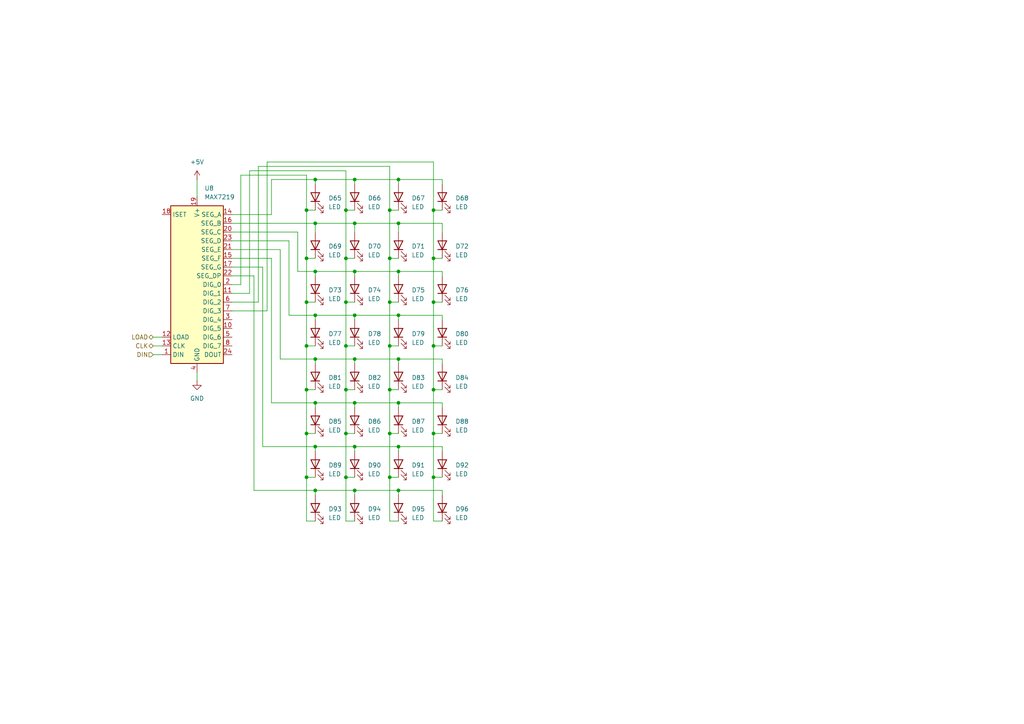
<source format=kicad_sch>
(kicad_sch (version 20250114) (generator "eeschema") (generator_version "9.0")
  (paper "A4")
  (lib_symbols
    (symbol "Device:LED" (pin_numbers (hide yes)) (pin_names (offset 1.016) (hide yes))
      (property "Reference" "D" (at 0 2.54 0))
      (property "Value" "LED" (at 0 -2.54 0))
      (symbol "LED_0_1"
        (polyline (pts (xy -3.048 -0.762) (xy -4.572 -2.286) (xy -3.81 -2.286) (xy -4.572 -2.286) (xy -4.572 -1.524)))
        (polyline (pts (xy -1.778 -0.762) (xy -3.302 -2.286) (xy -2.54 -2.286) (xy -3.302 -2.286) (xy -3.302 -1.524)))
        (polyline (pts (xy -1.27 0) (xy 1.27 0)))
        (polyline (pts (xy -1.27 -1.27) (xy -1.27 1.27)) (stroke (width 0.254)))
        (polyline (pts (xy 1.27 -1.27) (xy 1.27 1.27) (xy -1.27 0) (xy 1.27 -1.27)) (stroke (width 0.254)))
      )
      (symbol "LED_1_1"
        (pin passive line (at -3.81 0 0) (length 2.54) (name "K") (number "1"))
        (pin passive line (at 3.81 0 180) (length 2.54) (name "A") (number "2"))
      )
    )
    (symbol "Driver_LED:MAX7219"
      (property "Reference" "U" (at -6.35 24.13 0))
      (property "Value" "MAX7219" (at 1.27 25.4 0))
      (symbol "MAX7219_0_1"
        (rectangle (start -7.62 22.86) (end 7.62 -22.86) (stroke (width 0.254)) (fill (type background)))
      )
      (symbol "MAX7219_1_1"
        (pin input line (at -10.16 20.32 0) (length 2.54) (name "ISET") (number "18"))
        (pin input line (at -10.16 -15.24 0) (length 2.54) (name "LOAD") (number "12"))
        (pin input line (at -10.16 -17.78 0) (length 2.54) (name "CLK") (number "13"))
        (pin input line (at -10.16 -20.32 0) (length 2.54) (name "DIN") (number "1"))
        (pin power_in line (at 0 25.4 270) (length 2.54) (name "V+") (number "19"))
        (pin power_in line (at 0 -25.4 90) (length 2.54) (name "GND") (number "4"))
        (pin passive line (at 0 -25.4 90) (length 2.54) (hide yes) (name "GND") (number "9"))
        (pin output line (at 10.16 20.32 180) (length 2.54) (name "SEG_A") (number "14"))
        (pin output line (at 10.16 17.78 180) (length 2.54) (name "SEG_B") (number "16"))
        (pin output line (at 10.16 15.24 180) (length 2.54) (name "SEG_C") (number "20"))
        (pin output line (at 10.16 12.7 180) (length 2.54) (name "SEG_D") (number "23"))
        (pin output line (at 10.16 10.16 180) (length 2.54) (name "SEG_E") (number "21"))
        (pin output line (at 10.16 7.62 180) (length 2.54) (name "SEG_F") (number "15"))
        (pin output line (at 10.16 5.08 180) (length 2.54) (name "SEG_G") (number "17"))
        (pin output line (at 10.16 2.54 180) (length 2.54) (name "SEG_DP") (number "22"))
        (pin output line (at 10.16 0 180) (length 2.54) (name "DIG_0") (number "2"))
        (pin output line (at 10.16 -2.54 180) (length 2.54) (name "DIG_1") (number "11"))
        (pin output line (at 10.16 -5.08 180) (length 2.54) (name "DIG_2") (number "6"))
        (pin output line (at 10.16 -7.62 180) (length 2.54) (name "DIG_3") (number "7"))
        (pin output line (at 10.16 -10.16 180) (length 2.54) (name "DIG_4") (number "3"))
        (pin output line (at 10.16 -12.7 180) (length 2.54) (name "DIG_5") (number "10"))
        (pin output line (at 10.16 -15.24 180) (length 2.54) (name "DIG_6") (number "5"))
        (pin output line (at 10.16 -17.78 180) (length 2.54) (name "DIG_7") (number "8"))
        (pin output line (at 10.16 -20.32 180) (length 2.54) (name "DOUT") (number "24"))
      )
    )
    (symbol "power:+5V" (power) (pin_numbers (hide yes)) (pin_names (offset 0) (hide yes))
      (property "Value" "+5V" (at 0 3.556 0))
      (symbol "+5V_0_1"
        (polyline (pts (xy -0.762 1.27) (xy 0 2.54)))
        (polyline (pts (xy 0 2.54) (xy 0.762 1.27)))
        (polyline (pts (xy 0 0) (xy 0 2.54)))
      )
      (symbol "+5V_1_1"
        (pin power_in line (at 0 0 90) (length 0) (name "~") (number "1"))
      )
    )
    (symbol "power:GND" (power) (pin_numbers (hide yes)) (pin_names (offset 0) (hide yes))
      (property "Value" "GND" (at 0 -3.81 0))
      (symbol "GND_0_1"
        (polyline (pts (xy 0 0) (xy 0 -1.27) (xy 1.27 -1.27) (xy 0 -2.54) (xy -1.27 -1.27) (xy 0 -1.27)))
      )
      (symbol "GND_1_1"
        (pin power_in line (at 0 0 270) (length 0) (name "~") (number "1"))
      )
    )
  )
  (junction (at 102.87 129.54))
  (junction (at 102.87 142.24))
  (junction (at 91.44 116.84))
  (junction (at 100.33 125.73))
  (junction (at 125.73 60.96))
  (junction (at 115.57 104.14))
  (junction (at 88.9 125.73))
  (junction (at 102.87 64.77))
  (junction (at 125.73 125.73))
  (junction (at 88.9 74.93))
  (junction (at 91.44 78.74))
  (junction (at 88.9 113.03))
  (junction (at 102.87 116.84))
  (junction (at 88.9 87.63))
  (junction (at 125.73 100.33))
  (junction (at 100.33 113.03))
  (junction (at 100.33 100.33))
  (junction (at 91.44 52.07))
  (junction (at 113.03 125.73))
  (junction (at 115.57 78.74))
  (junction (at 88.9 138.43))
  (junction (at 113.03 87.63))
  (junction (at 102.87 52.07))
  (junction (at 113.03 60.96))
  (junction (at 102.87 91.44))
  (junction (at 113.03 113.03))
  (junction (at 115.57 129.54))
  (junction (at 100.33 60.96))
  (junction (at 91.44 129.54))
  (junction (at 102.87 104.14))
  (junction (at 91.44 142.24))
  (junction (at 91.44 64.77))
  (junction (at 100.33 87.63))
  (junction (at 91.44 91.44))
  (junction (at 125.73 113.03))
  (junction (at 115.57 142.24))
  (junction (at 113.03 100.33))
  (junction (at 100.33 74.93))
  (junction (at 115.57 116.84))
  (junction (at 125.73 74.93))
  (junction (at 125.73 87.63))
  (junction (at 100.33 138.43))
  (junction (at 115.57 52.07))
  (junction (at 91.44 104.14))
  (junction (at 115.57 91.44))
  (junction (at 125.73 138.43))
  (junction (at 113.03 74.93))
  (junction (at 102.87 78.74))
  (junction (at 88.9 60.96))
  (junction (at 113.03 138.43))
  (junction (at 88.9 100.33))
  (junction (at 115.57 64.77))
  (wire (pts (xy 102.87 129.54) (xy 102.87 130.81)))
  (wire (pts (xy 113.03 113.03) (xy 115.57 113.03)))
  (wire (pts (xy 102.87 142.24) (xy 102.87 143.51)))
  (wire (pts (xy 113.03 151.13) (xy 115.57 151.13)))
  (wire (pts (xy 67.31 80.01) (xy 73.66 80.01)))
  (wire (pts (xy 125.73 87.63) (xy 125.73 100.33)))
  (wire (pts (xy 125.73 125.73) (xy 128.27 125.73)))
  (wire (pts (xy 115.57 104.14) (xy 115.57 105.41)))
  (wire (pts (xy 44.45 102.87) (xy 46.99 102.87)))
  (wire (pts (xy 128.27 142.24) (xy 128.27 143.51)))
  (wire (pts (xy 113.03 125.73) (xy 113.03 138.43)))
  (wire (pts (xy 78.74 116.84) (xy 91.44 116.84)))
  (wire (pts (xy 113.03 60.96) (xy 115.57 60.96)))
  (wire (pts (xy 72.39 49.53) (xy 100.33 49.53)))
  (wire (pts (xy 115.57 142.24) (xy 128.27 142.24)))
  (wire (pts (xy 100.33 74.93) (xy 102.87 74.93)))
  (wire (pts (xy 91.44 142.24) (xy 102.87 142.24)))
  (wire (pts (xy 113.03 138.43) (xy 113.03 151.13)))
  (wire (pts (xy 73.66 142.24) (xy 91.44 142.24)))
  (wire (pts (xy 88.9 87.63) (xy 91.44 87.63)))
  (wire (pts (xy 115.57 64.77) (xy 115.57 67.31)))
  (wire (pts (xy 88.9 125.73) (xy 91.44 125.73)))
  (wire (pts (xy 77.47 90.17) (xy 77.47 46.99)))
  (wire (pts (xy 113.03 87.63) (xy 113.03 100.33)))
  (wire (pts (xy 115.57 52.07) (xy 115.57 53.34)))
  (wire (pts (xy 102.87 104.14) (xy 102.87 105.41)))
  (wire (pts (xy 67.31 90.17) (xy 77.47 90.17)))
  (wire (pts (xy 76.2 77.47) (xy 76.2 129.54)))
  (wire (pts (xy 78.74 74.93) (xy 78.74 116.84)))
  (wire (pts (xy 115.57 142.24) (xy 115.57 143.51)))
  (wire (pts (xy 69.85 50.8) (xy 88.9 50.8)))
  (wire (pts (xy 67.31 77.47) (xy 76.2 77.47)))
  (wire (pts (xy 102.87 91.44) (xy 102.87 92.71)))
  (wire (pts (xy 91.44 91.44) (xy 91.44 92.71)))
  (wire (pts (xy 88.9 100.33) (xy 91.44 100.33)))
  (wire (pts (xy 91.44 52.07) (xy 91.44 53.34)))
  (wire (pts (xy 86.36 78.74) (xy 86.36 67.31)))
  (wire (pts (xy 100.33 100.33) (xy 102.87 100.33)))
  (wire (pts (xy 100.33 87.63) (xy 102.87 87.63)))
  (wire (pts (xy 88.9 74.93) (xy 88.9 87.63)))
  (wire (pts (xy 100.33 60.96) (xy 102.87 60.96)))
  (wire (pts (xy 115.57 104.14) (xy 128.27 104.14)))
  (wire (pts (xy 83.82 91.44) (xy 91.44 91.44)))
  (wire (pts (xy 115.57 78.74) (xy 102.87 78.74)))
  (wire (pts (xy 67.31 69.85) (xy 83.82 69.85)))
  (wire (pts (xy 115.57 78.74) (xy 115.57 80.01)))
  (wire (pts (xy 88.9 113.03) (xy 88.9 125.73)))
  (wire (pts (xy 67.31 85.09) (xy 72.39 85.09)))
  (wire (pts (xy 88.9 125.73) (xy 88.9 138.43)))
  (wire (pts (xy 113.03 100.33) (xy 113.03 113.03)))
  (wire (pts (xy 100.33 74.93) (xy 100.33 87.63)))
  (wire (pts (xy 91.44 116.84) (xy 91.44 118.11)))
  (wire (pts (xy 115.57 129.54) (xy 115.57 130.81)))
  (wire (pts (xy 128.27 129.54) (xy 128.27 130.81)))
  (wire (pts (xy 78.74 62.23) (xy 67.31 62.23)))
  (wire (pts (xy 102.87 52.07) (xy 91.44 52.07)))
  (wire (pts (xy 91.44 91.44) (xy 102.87 91.44)))
  (wire (pts (xy 128.27 52.07) (xy 115.57 52.07)))
  (wire (pts (xy 125.73 151.13) (xy 128.27 151.13)))
  (wire (pts (xy 125.73 60.96) (xy 125.73 74.93)))
  (wire (pts (xy 115.57 116.84) (xy 128.27 116.84)))
  (wire (pts (xy 100.33 125.73) (xy 102.87 125.73)))
  (wire (pts (xy 74.93 87.63) (xy 74.93 48.26)))
  (wire (pts (xy 44.45 97.79) (xy 46.99 97.79)))
  (wire (pts (xy 100.33 100.33) (xy 100.33 113.03)))
  (wire (pts (xy 88.9 60.96) (xy 91.44 60.96)))
  (wire (pts (xy 125.73 113.03) (xy 128.27 113.03)))
  (wire (pts (xy 115.57 64.77) (xy 128.27 64.77)))
  (wire (pts (xy 91.44 78.74) (xy 91.44 80.01)))
  (wire (pts (xy 102.87 116.84) (xy 115.57 116.84)))
  (wire (pts (xy 113.03 113.03) (xy 113.03 125.73)))
  (wire (pts (xy 100.33 87.63) (xy 100.33 100.33)))
  (wire (pts (xy 100.33 60.96) (xy 100.33 74.93)))
  (wire (pts (xy 88.9 138.43) (xy 91.44 138.43)))
  (wire (pts (xy 115.57 116.84) (xy 115.57 118.11)))
  (wire (pts (xy 88.9 113.03) (xy 91.44 113.03)))
  (wire (pts (xy 113.03 87.63) (xy 115.57 87.63)))
  (wire (pts (xy 91.44 142.24) (xy 91.44 143.51)))
  (wire (pts (xy 128.27 91.44) (xy 128.27 92.71)))
  (wire (pts (xy 128.27 53.34) (xy 128.27 52.07)))
  (wire (pts (xy 125.73 100.33) (xy 125.73 113.03)))
  (wire (pts (xy 125.73 74.93) (xy 125.73 87.63)))
  (wire (pts (xy 125.73 46.99) (xy 125.73 60.96)))
  (wire (pts (xy 67.31 87.63) (xy 74.93 87.63)))
  (wire (pts (xy 113.03 74.93) (xy 113.03 87.63)))
  (wire (pts (xy 100.33 138.43) (xy 100.33 151.13)))
  (wire (pts (xy 128.27 78.74) (xy 115.57 78.74)))
  (wire (pts (xy 125.73 74.93) (xy 128.27 74.93)))
  (wire (pts (xy 102.87 142.24) (xy 115.57 142.24)))
  (wire (pts (xy 72.39 85.09) (xy 72.39 49.53)))
  (wire (pts (xy 77.47 46.99) (xy 125.73 46.99)))
  (wire (pts (xy 100.33 151.13) (xy 102.87 151.13)))
  (wire (pts (xy 44.45 100.33) (xy 46.99 100.33)))
  (wire (pts (xy 88.9 138.43) (xy 88.9 151.13)))
  (wire (pts (xy 91.44 116.84) (xy 102.87 116.84)))
  (wire (pts (xy 102.87 104.14) (xy 115.57 104.14)))
  (wire (pts (xy 91.44 52.07) (xy 78.74 52.07)))
  (wire (pts (xy 102.87 91.44) (xy 115.57 91.44)))
  (wire (pts (xy 67.31 64.77) (xy 91.44 64.77)))
  (wire (pts (xy 67.31 74.93) (xy 78.74 74.93)))
  (wire (pts (xy 91.44 104.14) (xy 102.87 104.14)))
  (wire (pts (xy 91.44 104.14) (xy 91.44 105.41)))
  (wire (pts (xy 88.9 100.33) (xy 88.9 113.03)))
  (wire (pts (xy 113.03 100.33) (xy 115.57 100.33)))
  (wire (pts (xy 125.73 87.63) (xy 128.27 87.63)))
  (wire (pts (xy 86.36 67.31) (xy 67.31 67.31)))
  (wire (pts (xy 115.57 91.44) (xy 115.57 92.71)))
  (wire (pts (xy 113.03 125.73) (xy 115.57 125.73)))
  (wire (pts (xy 91.44 64.77) (xy 102.87 64.77)))
  (wire (pts (xy 88.9 74.93) (xy 91.44 74.93)))
  (wire (pts (xy 91.44 64.77) (xy 91.44 67.31)))
  (wire (pts (xy 128.27 64.77) (xy 128.27 67.31)))
  (wire (pts (xy 91.44 78.74) (xy 86.36 78.74)))
  (wire (pts (xy 74.93 48.26) (xy 113.03 48.26)))
  (wire (pts (xy 102.87 64.77) (xy 115.57 64.77)))
  (wire (pts (xy 100.33 125.73) (xy 100.33 138.43)))
  (wire (pts (xy 102.87 64.77) (xy 102.87 67.31)))
  (wire (pts (xy 125.73 113.03) (xy 125.73 125.73)))
  (wire (pts (xy 73.66 80.01) (xy 73.66 142.24)))
  (wire (pts (xy 57.15 107.95) (xy 57.15 110.49)))
  (wire (pts (xy 91.44 129.54) (xy 102.87 129.54)))
  (wire (pts (xy 88.9 60.96) (xy 88.9 74.93)))
  (wire (pts (xy 100.33 113.03) (xy 102.87 113.03)))
  (wire (pts (xy 115.57 52.07) (xy 102.87 52.07)))
  (wire (pts (xy 125.73 100.33) (xy 128.27 100.33)))
  (wire (pts (xy 81.28 72.39) (xy 81.28 104.14)))
  (wire (pts (xy 100.33 49.53) (xy 100.33 60.96)))
  (wire (pts (xy 102.87 129.54) (xy 115.57 129.54)))
  (wire (pts (xy 102.87 78.74) (xy 102.87 80.01)))
  (wire (pts (xy 57.15 52.07) (xy 57.15 57.15)))
  (wire (pts (xy 91.44 129.54) (xy 91.44 130.81)))
  (wire (pts (xy 69.85 82.55) (xy 69.85 50.8)))
  (wire (pts (xy 100.33 138.43) (xy 102.87 138.43)))
  (wire (pts (xy 102.87 116.84) (xy 102.87 118.11)))
  (wire (pts (xy 115.57 91.44) (xy 128.27 91.44)))
  (wire (pts (xy 102.87 52.07) (xy 102.87 53.34)))
  (wire (pts (xy 78.74 52.07) (xy 78.74 62.23)))
  (wire (pts (xy 113.03 74.93) (xy 115.57 74.93)))
  (wire (pts (xy 88.9 50.8) (xy 88.9 60.96)))
  (wire (pts (xy 125.73 60.96) (xy 128.27 60.96)))
  (wire (pts (xy 67.31 82.55) (xy 69.85 82.55)))
  (wire (pts (xy 100.33 113.03) (xy 100.33 125.73)))
  (wire (pts (xy 128.27 116.84) (xy 128.27 118.11)))
  (wire (pts (xy 102.87 78.74) (xy 91.44 78.74)))
  (wire (pts (xy 115.57 129.54) (xy 128.27 129.54)))
  (wire (pts (xy 125.73 125.73) (xy 125.73 138.43)))
  (wire (pts (xy 88.9 87.63) (xy 88.9 100.33)))
  (wire (pts (xy 113.03 48.26) (xy 113.03 60.96)))
  (wire (pts (xy 113.03 138.43) (xy 115.57 138.43)))
  (wire (pts (xy 88.9 151.13) (xy 91.44 151.13)))
  (wire (pts (xy 113.03 60.96) (xy 113.03 74.93)))
  (wire (pts (xy 128.27 80.01) (xy 128.27 78.74)))
  (wire (pts (xy 83.82 69.85) (xy 83.82 91.44)))
  (wire (pts (xy 81.28 104.14) (xy 91.44 104.14)))
  (wire (pts (xy 125.73 138.43) (xy 125.73 151.13)))
  (wire (pts (xy 128.27 104.14) (xy 128.27 105.41)))
  (wire (pts (xy 125.73 138.43) (xy 128.27 138.43)))
  (wire (pts (xy 67.31 72.39) (xy 81.28 72.39)))
  (wire (pts (xy 76.2 129.54) (xy 91.44 129.54)))
  (hierarchical_label "LOAD" (shape bidirectional) (at 44.45 97.79 180))
  (hierarchical_label "CLK" (shape bidirectional) (at 44.45 100.33 180))
  (hierarchical_label "DIN" (shape input) (at 44.45 102.87 180))
  (symbol (lib_id "Device:LED") (at 91.44 96.52 90) (unit 1)
    (property "Reference" "D77" (at 95.25 96.8374 90) (effects (justify right)))
    (property "Value" "LED" (at 95.25 99.3774 90) (effects (justify right)))
    (property "Footprint" "LED_THT:LED_D3.0mm" (effects (hide yes)))
    (property "Description" "Light emitting diode" (effects (hide yes)))
    (property "Sim.Pins" "1=K 2=A" (effects (hide yes)))
  )
  (symbol (lib_id "Device:LED") (at 128.27 147.32 90) (unit 1)
    (property "Reference" "D96" (at 132.08 147.6374 90) (effects (justify right)))
    (property "Value" "LED" (at 132.08 150.1774 90) (effects (justify right)))
    (property "Footprint" "LED_THT:LED_D3.0mm" (effects (hide yes)))
    (property "Description" "Light emitting diode" (effects (hide yes)))
    (property "Sim.Pins" "1=K 2=A" (effects (hide yes)))
  )
  (symbol (lib_id "Device:LED") (at 91.44 83.82 90) (unit 1)
    (property "Reference" "D73" (at 95.25 84.1374 90) (effects (justify right)))
    (property "Value" "LED" (at 95.25 86.6774 90) (effects (justify right)))
    (property "Footprint" "LED_THT:LED_D3.0mm" (effects (hide yes)))
    (property "Description" "Light emitting diode" (effects (hide yes)))
    (property "Sim.Pins" "1=K 2=A" (effects (hide yes)))
  )
  (symbol (lib_id "Device:LED") (at 115.57 147.32 90) (unit 1)
    (property "Reference" "D95" (at 119.38 147.6374 90) (effects (justify right)))
    (property "Value" "LED" (at 119.38 150.1774 90) (effects (justify right)))
    (property "Footprint" "LED_THT:LED_D3.0mm" (effects (hide yes)))
    (property "Description" "Light emitting diode" (effects (hide yes)))
    (property "Sim.Pins" "1=K 2=A" (effects (hide yes)))
  )
  (symbol (lib_id "power:+5V") (at 57.15 52.07 0) (unit 1)
    (property "Reference" "#PWR0134" (effects (hide yes)))
    (property "Value" "+5V" (at 57.15 46.99 0))
    (property "Description" "Power symbol creates a global label with name \"+5V\"" (effects (hide yes)))
  )
  (symbol (lib_id "Device:LED") (at 102.87 147.32 90) (unit 1)
    (property "Reference" "D94" (at 106.68 147.6374 90) (effects (justify right)))
    (property "Value" "LED" (at 106.68 150.1774 90) (effects (justify right)))
    (property "Footprint" "LED_THT:LED_D3.0mm" (effects (hide yes)))
    (property "Description" "Light emitting diode" (effects (hide yes)))
    (property "Sim.Pins" "1=K 2=A" (effects (hide yes)))
  )
  (symbol (lib_id "Device:LED") (at 115.57 134.62 90) (unit 1)
    (property "Reference" "D91" (at 119.38 134.9374 90) (effects (justify right)))
    (property "Value" "LED" (at 119.38 137.4774 90) (effects (justify right)))
    (property "Footprint" "LED_THT:LED_D3.0mm" (effects (hide yes)))
    (property "Description" "Light emitting diode" (effects (hide yes)))
    (property "Sim.Pins" "1=K 2=A" (effects (hide yes)))
  )
  (symbol (lib_id "Device:LED") (at 128.27 134.62 90) (unit 1)
    (property "Reference" "D92" (at 132.08 134.9374 90) (effects (justify right)))
    (property "Value" "LED" (at 132.08 137.4774 90) (effects (justify right)))
    (property "Footprint" "LED_THT:LED_D3.0mm" (effects (hide yes)))
    (property "Description" "Light emitting diode" (effects (hide yes)))
    (property "Sim.Pins" "1=K 2=A" (effects (hide yes)))
  )
  (symbol (lib_id "Device:LED") (at 102.87 57.15 90) (unit 1)
    (property "Reference" "D66" (at 106.68 57.4674 90) (effects (justify right)))
    (property "Value" "LED" (at 106.68 60.0074 90) (effects (justify right)))
    (property "Footprint" "LED_THT:LED_D3.0mm" (effects (hide yes)))
    (property "Description" "Light emitting diode" (effects (hide yes)))
    (property "Sim.Pins" "1=K 2=A" (effects (hide yes)))
  )
  (symbol (lib_id "Device:LED") (at 115.57 109.22 90) (unit 1)
    (property "Reference" "D83" (at 119.38 109.5374 90) (effects (justify right)))
    (property "Value" "LED" (at 119.38 112.0774 90) (effects (justify right)))
    (property "Footprint" "LED_THT:LED_D3.0mm" (effects (hide yes)))
    (property "Description" "Light emitting diode" (effects (hide yes)))
    (property "Sim.Pins" "1=K 2=A" (effects (hide yes)))
  )
  (symbol (lib_id "Device:LED") (at 91.44 57.15 90) (unit 1)
    (property "Reference" "D65" (at 95.25 57.4674 90) (effects (justify right)))
    (property "Value" "LED" (at 95.25 60.0074 90) (effects (justify right)))
    (property "Footprint" "LED_THT:LED_D3.0mm" (effects (hide yes)))
    (property "Description" "Light emitting diode" (effects (hide yes)))
    (property "Sim.Pins" "1=K 2=A" (effects (hide yes)))
  )
  (symbol (lib_id "Device:LED") (at 91.44 121.92 90) (unit 1)
    (property "Reference" "D85" (at 95.25 122.2374 90) (effects (justify right)))
    (property "Value" "LED" (at 95.25 124.7774 90) (effects (justify right)))
    (property "Footprint" "LED_THT:LED_D3.0mm" (effects (hide yes)))
    (property "Description" "Light emitting diode" (effects (hide yes)))
    (property "Sim.Pins" "1=K 2=A" (effects (hide yes)))
  )
  (symbol (lib_id "Device:LED") (at 102.87 96.52 90) (unit 1)
    (property "Reference" "D78" (at 106.68 96.8374 90) (effects (justify right)))
    (property "Value" "LED" (at 106.68 99.3774 90) (effects (justify right)))
    (property "Footprint" "LED_THT:LED_D3.0mm" (effects (hide yes)))
    (property "Description" "Light emitting diode" (effects (hide yes)))
    (property "Sim.Pins" "1=K 2=A" (effects (hide yes)))
  )
  (symbol (lib_id "Device:LED") (at 91.44 71.12 90) (unit 1)
    (property "Reference" "D69" (at 95.25 71.4374 90) (effects (justify right)))
    (property "Value" "LED" (at 95.25 73.9774 90) (effects (justify right)))
    (property "Footprint" "LED_THT:LED_D3.0mm" (effects (hide yes)))
    (property "Description" "Light emitting diode" (effects (hide yes)))
    (property "Sim.Pins" "1=K 2=A" (effects (hide yes)))
  )
  (symbol (lib_id "Device:LED") (at 115.57 83.82 90) (unit 1)
    (property "Reference" "D75" (at 119.38 84.1374 90) (effects (justify right)))
    (property "Value" "LED" (at 119.38 86.6774 90) (effects (justify right)))
    (property "Footprint" "LED_THT:LED_D3.0mm" (effects (hide yes)))
    (property "Description" "Light emitting diode" (effects (hide yes)))
    (property "Sim.Pins" "1=K 2=A" (effects (hide yes)))
  )
  (symbol (lib_id "Device:LED") (at 91.44 109.22 90) (unit 1)
    (property "Reference" "D81" (at 95.25 109.5374 90) (effects (justify right)))
    (property "Value" "LED" (at 95.25 112.0774 90) (effects (justify right)))
    (property "Footprint" "LED_THT:LED_D3.0mm" (effects (hide yes)))
    (property "Description" "Light emitting diode" (effects (hide yes)))
    (property "Sim.Pins" "1=K 2=A" (effects (hide yes)))
  )
  (symbol (lib_id "Device:LED") (at 102.87 134.62 90) (unit 1)
    (property "Reference" "D90" (at 106.68 134.9374 90) (effects (justify right)))
    (property "Value" "LED" (at 106.68 137.4774 90) (effects (justify right)))
    (property "Footprint" "LED_THT:LED_D3.0mm" (effects (hide yes)))
    (property "Description" "Light emitting diode" (effects (hide yes)))
    (property "Sim.Pins" "1=K 2=A" (effects (hide yes)))
  )
  (symbol (lib_id "Device:LED") (at 102.87 71.12 90) (unit 1)
    (property "Reference" "D70" (at 106.68 71.4374 90) (effects (justify right)))
    (property "Value" "LED" (at 106.68 73.9774 90) (effects (justify right)))
    (property "Footprint" "LED_THT:LED_D3.0mm" (effects (hide yes)))
    (property "Description" "Light emitting diode" (effects (hide yes)))
    (property "Sim.Pins" "1=K 2=A" (effects (hide yes)))
  )
  (symbol (lib_id "Device:LED") (at 102.87 109.22 90) (unit 1)
    (property "Reference" "D82" (at 106.68 109.5374 90) (effects (justify right)))
    (property "Value" "LED" (at 106.68 112.0774 90) (effects (justify right)))
    (property "Footprint" "LED_THT:LED_D3.0mm" (effects (hide yes)))
    (property "Description" "Light emitting diode" (effects (hide yes)))
    (property "Sim.Pins" "1=K 2=A" (effects (hide yes)))
  )
  (symbol (lib_id "Device:LED") (at 115.57 71.12 90) (unit 1)
    (property "Reference" "D71" (at 119.38 71.4374 90) (effects (justify right)))
    (property "Value" "LED" (at 119.38 73.9774 90) (effects (justify right)))
    (property "Footprint" "LED_THT:LED_D3.0mm" (effects (hide yes)))
    (property "Description" "Light emitting diode" (effects (hide yes)))
    (property "Sim.Pins" "1=K 2=A" (effects (hide yes)))
  )
  (symbol (lib_id "Device:LED") (at 91.44 134.62 90) (unit 1)
    (property "Reference" "D89" (at 95.25 134.9374 90) (effects (justify right)))
    (property "Value" "LED" (at 95.25 137.4774 90) (effects (justify right)))
    (property "Footprint" "LED_THT:LED_D3.0mm" (effects (hide yes)))
    (property "Description" "Light emitting diode" (effects (hide yes)))
    (property "Sim.Pins" "1=K 2=A" (effects (hide yes)))
  )
  (symbol (lib_id "Device:LED") (at 128.27 96.52 90) (unit 1)
    (property "Reference" "D80" (at 132.08 96.8374 90) (effects (justify right)))
    (property "Value" "LED" (at 132.08 99.3774 90) (effects (justify right)))
    (property "Footprint" "LED_THT:LED_D3.0mm" (effects (hide yes)))
    (property "Description" "Light emitting diode" (effects (hide yes)))
    (property "Sim.Pins" "1=K 2=A" (effects (hide yes)))
  )
  (symbol (lib_id "Device:LED") (at 128.27 71.12 90) (unit 1)
    (property "Reference" "D72" (at 132.08 71.4374 90) (effects (justify right)))
    (property "Value" "LED" (at 132.08 73.9774 90) (effects (justify right)))
    (property "Footprint" "LED_THT:LED_D3.0mm" (effects (hide yes)))
    (property "Description" "Light emitting diode" (effects (hide yes)))
    (property "Sim.Pins" "1=K 2=A" (effects (hide yes)))
  )
  (symbol (lib_id "Device:LED") (at 128.27 109.22 90) (unit 1)
    (property "Reference" "D84" (at 132.08 109.5374 90) (effects (justify right)))
    (property "Value" "LED" (at 132.08 112.0774 90) (effects (justify right)))
    (property "Footprint" "LED_THT:LED_D3.0mm" (effects (hide yes)))
    (property "Description" "Light emitting diode" (effects (hide yes)))
    (property "Sim.Pins" "1=K 2=A" (effects (hide yes)))
  )
  (symbol (lib_id "Device:LED") (at 91.44 147.32 90) (unit 1)
    (property "Reference" "D93" (at 95.25 147.6374 90) (effects (justify right)))
    (property "Value" "LED" (at 95.25 150.1774 90) (effects (justify right)))
    (property "Footprint" "LED_THT:LED_D3.0mm" (effects (hide yes)))
    (property "Description" "Light emitting diode" (effects (hide yes)))
    (property "Sim.Pins" "1=K 2=A" (effects (hide yes)))
  )
  (symbol (lib_id "Driver_LED:MAX7219") (at 57.15 82.55 0) (unit 1)
    (property "Reference" "U8" (at 59.2933 54.61 0) (effects (justify left)))
    (property "Value" "MAX7219" (at 59.2933 57.15 0) (effects (justify left)))
    (property "Footprint" "Package_DIP:DIP-24_W7.62mm" (effects (hide yes)))
    (property "Datasheet" "https://datasheets.maximintegrated.com/en/ds/MAX7219-MAX7221.pdf" (effects (hide yes)))
    (property "Description" "8-Digit LED Display Driver" (effects (hide yes)))
  )
  (symbol (lib_id "Device:LED") (at 102.87 121.92 90) (unit 1)
    (property "Reference" "D86" (at 106.68 122.2374 90) (effects (justify right)))
    (property "Value" "LED" (at 106.68 124.7774 90) (effects (justify right)))
    (property "Footprint" "LED_THT:LED_D3.0mm" (effects (hide yes)))
    (property "Description" "Light emitting diode" (effects (hide yes)))
    (property "Sim.Pins" "1=K 2=A" (effects (hide yes)))
  )
  (symbol (lib_id "Device:LED") (at 128.27 83.82 90) (unit 1)
    (property "Reference" "D76" (at 132.08 84.1374 90) (effects (justify right)))
    (property "Value" "LED" (at 132.08 86.6774 90) (effects (justify right)))
    (property "Footprint" "LED_THT:LED_D3.0mm" (effects (hide yes)))
    (property "Description" "Light emitting diode" (effects (hide yes)))
    (property "Sim.Pins" "1=K 2=A" (effects (hide yes)))
  )
  (symbol (lib_id "Device:LED") (at 115.57 121.92 90) (unit 1)
    (property "Reference" "D87" (at 119.38 122.2374 90) (effects (justify right)))
    (property "Value" "LED" (at 119.38 124.7774 90) (effects (justify right)))
    (property "Footprint" "LED_THT:LED_D3.0mm" (effects (hide yes)))
    (property "Description" "Light emitting diode" (effects (hide yes)))
    (property "Sim.Pins" "1=K 2=A" (effects (hide yes)))
  )
  (symbol (lib_id "Device:LED") (at 115.57 57.15 90) (unit 1)
    (property "Reference" "D67" (at 119.38 57.4674 90) (effects (justify right)))
    (property "Value" "LED" (at 119.38 60.0074 90) (effects (justify right)))
    (property "Footprint" "LED_THT:LED_D3.0mm" (effects (hide yes)))
    (property "Description" "Light emitting diode" (effects (hide yes)))
    (property "Sim.Pins" "1=K 2=A" (effects (hide yes)))
  )
  (symbol (lib_id "power:GND") (at 57.15 110.49 0) (unit 1)
    (property "Reference" "#PWR023" (effects (hide yes)))
    (property "Value" "GND" (at 57.15 115.57 0))
    (property "Description" "Power symbol creates a global label with name \"GND\" , ground" (effects (hide yes)))
  )
  (symbol (lib_id "Device:LED") (at 115.57 96.52 90) (unit 1)
    (property "Reference" "D79" (at 119.38 96.8374 90) (effects (justify right)))
    (property "Value" "LED" (at 119.38 99.3774 90) (effects (justify right)))
    (property "Footprint" "LED_THT:LED_D3.0mm" (effects (hide yes)))
    (property "Description" "Light emitting diode" (effects (hide yes)))
    (property "Sim.Pins" "1=K 2=A" (effects (hide yes)))
  )
  (symbol (lib_id "Device:LED") (at 128.27 121.92 90) (unit 1)
    (property "Reference" "D88" (at 132.08 122.2374 90) (effects (justify right)))
    (property "Value" "LED" (at 132.08 124.7774 90) (effects (justify right)))
    (property "Footprint" "LED_THT:LED_D3.0mm" (effects (hide yes)))
    (property "Description" "Light emitting diode" (effects (hide yes)))
    (property "Sim.Pins" "1=K 2=A" (effects (hide yes)))
  )
  (symbol (lib_id "Device:LED") (at 102.87 83.82 90) (unit 1)
    (property "Reference" "D74" (at 106.68 84.1374 90) (effects (justify right)))
    (property "Value" "LED" (at 106.68 86.6774 90) (effects (justify right)))
    (property "Footprint" "LED_THT:LED_D3.0mm" (effects (hide yes)))
    (property "Description" "Light emitting diode" (effects (hide yes)))
    (property "Sim.Pins" "1=K 2=A" (effects (hide yes)))
  )
  (symbol (lib_id "Device:LED") (at 128.27 57.15 90) (unit 1)
    (property "Reference" "D68" (at 132.08 57.4674 90) (effects (justify right)))
    (property "Value" "LED" (at 132.08 60.0074 90) (effects (justify right)))
    (property "Footprint" "LED_THT:LED_D3.0mm" (effects (hide yes)))
    (property "Description" "Light emitting diode" (effects (hide yes)))
    (property "Sim.Pins" "1=K 2=A" (effects (hide yes)))
  )
)
</source>
